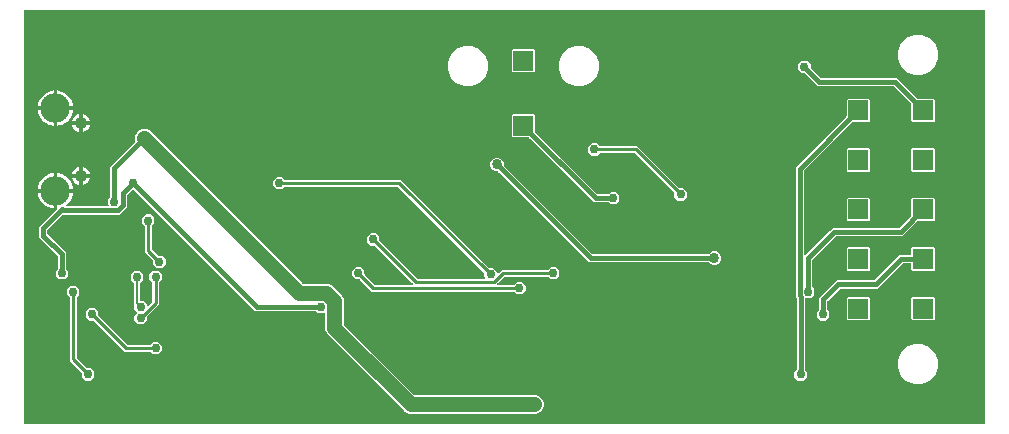
<source format=gbr>
G04 EAGLE Gerber RS-274X export*
G75*
%MOMM*%
%FSLAX34Y34*%
%LPD*%
%INBottom Copper*%
%IPPOS*%
%AMOC8*
5,1,8,0,0,1.08239X$1,22.5*%
G01*
%ADD10R,1.680000X1.680000*%
%ADD11C,2.500000*%
%ADD12C,1.050000*%
%ADD13C,0.756400*%
%ADD14C,0.381000*%
%ADD15C,0.856400*%
%ADD16C,0.152400*%
%ADD17C,1.270000*%
%ADD18C,0.254000*%

G36*
X815614Y2798D02*
X815614Y2798D01*
X815633Y2796D01*
X815735Y2818D01*
X815837Y2834D01*
X815854Y2844D01*
X815874Y2848D01*
X815963Y2901D01*
X816054Y2950D01*
X816068Y2964D01*
X816085Y2974D01*
X816152Y3053D01*
X816224Y3128D01*
X816232Y3146D01*
X816245Y3161D01*
X816284Y3257D01*
X816327Y3351D01*
X816329Y3371D01*
X816337Y3389D01*
X816355Y3556D01*
X816355Y352044D01*
X816352Y352064D01*
X816354Y352083D01*
X816332Y352185D01*
X816316Y352287D01*
X816306Y352304D01*
X816302Y352324D01*
X816249Y352413D01*
X816200Y352504D01*
X816186Y352518D01*
X816176Y352535D01*
X816097Y352602D01*
X816022Y352674D01*
X816004Y352682D01*
X815989Y352695D01*
X815893Y352734D01*
X815799Y352777D01*
X815779Y352779D01*
X815761Y352787D01*
X815594Y352805D01*
X3556Y352805D01*
X3536Y352802D01*
X3517Y352804D01*
X3415Y352782D01*
X3313Y352766D01*
X3296Y352756D01*
X3276Y352752D01*
X3187Y352699D01*
X3096Y352650D01*
X3082Y352636D01*
X3065Y352626D01*
X2998Y352547D01*
X2926Y352472D01*
X2918Y352454D01*
X2905Y352439D01*
X2866Y352343D01*
X2823Y352249D01*
X2821Y352229D01*
X2813Y352211D01*
X2795Y352044D01*
X2795Y3556D01*
X2798Y3536D01*
X2796Y3517D01*
X2818Y3415D01*
X2834Y3313D01*
X2844Y3296D01*
X2848Y3276D01*
X2901Y3187D01*
X2950Y3096D01*
X2964Y3082D01*
X2974Y3065D01*
X3053Y2998D01*
X3128Y2926D01*
X3146Y2918D01*
X3161Y2905D01*
X3257Y2866D01*
X3351Y2823D01*
X3371Y2821D01*
X3389Y2813D01*
X3556Y2795D01*
X815594Y2795D01*
X815614Y2798D01*
G37*
%LPC*%
G36*
X328634Y11175D02*
X328634Y11175D01*
X325739Y12374D01*
X258980Y79133D01*
X257781Y82028D01*
X257781Y96039D01*
X257770Y96109D01*
X257768Y96181D01*
X257750Y96230D01*
X257742Y96281D01*
X257708Y96345D01*
X257683Y96412D01*
X257651Y96453D01*
X257626Y96499D01*
X257574Y96548D01*
X257530Y96604D01*
X257486Y96632D01*
X257448Y96668D01*
X257383Y96698D01*
X257323Y96737D01*
X257272Y96750D01*
X257225Y96772D01*
X257154Y96780D01*
X257084Y96797D01*
X257032Y96793D01*
X256981Y96799D01*
X256910Y96784D01*
X256839Y96778D01*
X256791Y96758D01*
X256740Y96747D01*
X256679Y96710D01*
X256613Y96682D01*
X256557Y96637D01*
X256529Y96620D01*
X256514Y96603D01*
X256482Y96577D01*
X256198Y96293D01*
X251802Y96293D01*
X250148Y97947D01*
X250074Y98000D01*
X250004Y98060D01*
X249974Y98072D01*
X249948Y98091D01*
X249861Y98118D01*
X249776Y98152D01*
X249735Y98156D01*
X249713Y98163D01*
X249681Y98162D01*
X249610Y98170D01*
X198604Y98170D01*
X95929Y200845D01*
X95855Y200898D01*
X95786Y200958D01*
X95756Y200970D01*
X95730Y200989D01*
X95643Y201016D01*
X95558Y201050D01*
X95517Y201054D01*
X95494Y201061D01*
X95462Y201060D01*
X95391Y201068D01*
X95109Y201068D01*
X95019Y201054D01*
X94928Y201046D01*
X94898Y201034D01*
X94866Y201029D01*
X94786Y200986D01*
X94702Y200950D01*
X94670Y200924D01*
X94649Y200913D01*
X94627Y200890D01*
X94571Y200845D01*
X90239Y196513D01*
X90186Y196439D01*
X90126Y196370D01*
X90114Y196340D01*
X90095Y196314D01*
X90068Y196227D01*
X90034Y196142D01*
X90030Y196101D01*
X90023Y196078D01*
X90024Y196046D01*
X90016Y195975D01*
X90016Y186092D01*
X87784Y183860D01*
X86015Y182091D01*
X83783Y179859D01*
X35800Y179859D01*
X35710Y179845D01*
X35619Y179837D01*
X35589Y179825D01*
X35557Y179820D01*
X35477Y179777D01*
X35393Y179741D01*
X35361Y179715D01*
X35340Y179704D01*
X35318Y179681D01*
X35262Y179636D01*
X22703Y167077D01*
X22650Y167003D01*
X22590Y166934D01*
X22578Y166904D01*
X22559Y166878D01*
X22532Y166791D01*
X22498Y166706D01*
X22494Y166665D01*
X22487Y166642D01*
X22488Y166610D01*
X22480Y166539D01*
X22480Y163661D01*
X22494Y163571D01*
X22502Y163480D01*
X22514Y163450D01*
X22519Y163418D01*
X22562Y163338D01*
X22598Y163254D01*
X22624Y163222D01*
X22635Y163201D01*
X22658Y163179D01*
X22703Y163123D01*
X38355Y147471D01*
X38355Y134565D01*
X38369Y134475D01*
X38377Y134384D01*
X38389Y134355D01*
X38394Y134323D01*
X38437Y134242D01*
X38473Y134158D01*
X38499Y134126D01*
X38510Y134105D01*
X38533Y134083D01*
X38578Y134027D01*
X40232Y132373D01*
X40232Y127977D01*
X37123Y124868D01*
X32727Y124868D01*
X29618Y127977D01*
X29618Y132373D01*
X31272Y134027D01*
X31325Y134101D01*
X31385Y134171D01*
X31397Y134201D01*
X31416Y134227D01*
X31443Y134314D01*
X31477Y134399D01*
X31481Y134440D01*
X31488Y134462D01*
X31487Y134494D01*
X31495Y134565D01*
X31495Y144314D01*
X31481Y144404D01*
X31473Y144495D01*
X31461Y144525D01*
X31456Y144557D01*
X31413Y144637D01*
X31377Y144721D01*
X31351Y144753D01*
X31340Y144774D01*
X31317Y144796D01*
X31272Y144852D01*
X15620Y160504D01*
X15620Y169696D01*
X30600Y184676D01*
X30653Y184750D01*
X30713Y184819D01*
X30725Y184849D01*
X30744Y184875D01*
X30771Y184962D01*
X30805Y185047D01*
X30809Y185088D01*
X30816Y185110D01*
X30815Y185143D01*
X30823Y185214D01*
X30823Y198427D01*
X44287Y198427D01*
X43970Y196428D01*
X43239Y194176D01*
X42164Y192067D01*
X40772Y190152D01*
X39098Y188478D01*
X38573Y188096D01*
X38567Y188090D01*
X38560Y188086D01*
X38481Y188003D01*
X38400Y187921D01*
X38396Y187914D01*
X38391Y187908D01*
X38343Y187804D01*
X38292Y187700D01*
X38291Y187692D01*
X38287Y187685D01*
X38275Y187571D01*
X38260Y187456D01*
X38261Y187448D01*
X38260Y187441D01*
X38285Y187327D01*
X38307Y187215D01*
X38311Y187208D01*
X38312Y187200D01*
X38372Y187101D01*
X38429Y187001D01*
X38434Y186996D01*
X38439Y186989D01*
X38526Y186914D01*
X38612Y186837D01*
X38619Y186834D01*
X38626Y186829D01*
X38732Y186786D01*
X38838Y186741D01*
X38846Y186740D01*
X38854Y186737D01*
X39020Y186719D01*
X73814Y186719D01*
X73884Y186730D01*
X73956Y186732D01*
X74005Y186750D01*
X74056Y186758D01*
X74120Y186792D01*
X74187Y186817D01*
X74228Y186849D01*
X74274Y186874D01*
X74323Y186926D01*
X74379Y186970D01*
X74407Y187014D01*
X74443Y187052D01*
X74473Y187117D01*
X74512Y187177D01*
X74525Y187228D01*
X74547Y187275D01*
X74555Y187346D01*
X74572Y187416D01*
X74568Y187468D01*
X74574Y187519D01*
X74559Y187590D01*
X74553Y187661D01*
X74533Y187709D01*
X74522Y187760D01*
X74485Y187821D01*
X74457Y187887D01*
X74412Y187943D01*
X74395Y187971D01*
X74378Y187986D01*
X74352Y188018D01*
X74068Y188302D01*
X74068Y192698D01*
X75722Y194352D01*
X75775Y194426D01*
X75835Y194496D01*
X75847Y194526D01*
X75866Y194552D01*
X75893Y194639D01*
X75927Y194724D01*
X75931Y194765D01*
X75938Y194787D01*
X75937Y194819D01*
X75945Y194890D01*
X75945Y220496D01*
X96968Y241518D01*
X97035Y241612D01*
X97106Y241707D01*
X97108Y241713D01*
X97111Y241718D01*
X97145Y241829D01*
X97182Y241941D01*
X97182Y241947D01*
X97184Y241953D01*
X97180Y242070D01*
X97179Y242187D01*
X97177Y242194D01*
X97177Y242199D01*
X97171Y242216D01*
X97133Y242348D01*
X96900Y242909D01*
X96900Y246041D01*
X98099Y248936D01*
X100314Y251151D01*
X103209Y252350D01*
X106341Y252350D01*
X109236Y251151D01*
X239033Y121354D01*
X239107Y121301D01*
X239176Y121241D01*
X239206Y121229D01*
X239233Y121210D01*
X239320Y121183D01*
X239404Y121149D01*
X239445Y121145D01*
X239468Y121138D01*
X239500Y121139D01*
X239571Y121131D01*
X260395Y121131D01*
X263289Y119932D01*
X272332Y110889D01*
X273531Y107995D01*
X273531Y87171D01*
X273545Y87081D01*
X273553Y86990D01*
X273565Y86960D01*
X273570Y86928D01*
X273613Y86848D01*
X273649Y86764D01*
X273675Y86732D01*
X273686Y86711D01*
X273709Y86689D01*
X273754Y86633D01*
X333239Y27148D01*
X333313Y27095D01*
X333382Y27035D01*
X333412Y27023D01*
X333439Y27004D01*
X333526Y26977D01*
X333610Y26943D01*
X333651Y26939D01*
X333674Y26932D01*
X333706Y26933D01*
X333777Y26925D01*
X436541Y26925D01*
X439436Y25726D01*
X441651Y23511D01*
X442850Y20616D01*
X442850Y17484D01*
X441651Y14589D01*
X439436Y12374D01*
X436541Y11175D01*
X328634Y11175D01*
G37*
%LPD*%
%LPC*%
G36*
X658202Y39143D02*
X658202Y39143D01*
X655093Y42252D01*
X655093Y46648D01*
X656747Y48302D01*
X656800Y48376D01*
X656860Y48446D01*
X656872Y48476D01*
X656891Y48502D01*
X656918Y48589D01*
X656952Y48674D01*
X656956Y48715D01*
X656963Y48737D01*
X656962Y48769D01*
X656970Y48840D01*
X656970Y108716D01*
X656956Y108806D01*
X656948Y108897D01*
X656936Y108927D01*
X656931Y108959D01*
X656888Y109040D01*
X656852Y109123D01*
X656826Y109156D01*
X656815Y109176D01*
X656792Y109198D01*
X656747Y109254D01*
X656109Y109892D01*
X656109Y220010D01*
X698952Y262853D01*
X699005Y262927D01*
X699065Y262996D01*
X699077Y263026D01*
X699096Y263052D01*
X699123Y263139D01*
X699157Y263224D01*
X699161Y263265D01*
X699168Y263288D01*
X699167Y263320D01*
X699175Y263391D01*
X699175Y277182D01*
X700068Y278075D01*
X718132Y278075D01*
X719025Y277182D01*
X719025Y259118D01*
X718132Y258225D01*
X704341Y258225D01*
X704251Y258211D01*
X704160Y258203D01*
X704130Y258191D01*
X704098Y258186D01*
X704018Y258143D01*
X703934Y258107D01*
X703902Y258081D01*
X703881Y258070D01*
X703859Y258047D01*
X703803Y258002D01*
X663192Y217391D01*
X663139Y217317D01*
X663079Y217248D01*
X663067Y217218D01*
X663048Y217192D01*
X663021Y217105D01*
X662987Y217020D01*
X662983Y216979D01*
X662976Y216956D01*
X662977Y216924D01*
X662969Y216853D01*
X662969Y145782D01*
X662980Y145711D01*
X662982Y145639D01*
X663000Y145591D01*
X663008Y145539D01*
X663042Y145476D01*
X663067Y145408D01*
X663099Y145368D01*
X663124Y145322D01*
X663176Y145272D01*
X663220Y145216D01*
X663264Y145188D01*
X663302Y145152D01*
X663367Y145122D01*
X663427Y145083D01*
X663478Y145071D01*
X663525Y145049D01*
X663596Y145041D01*
X663666Y145023D01*
X663718Y145027D01*
X663769Y145022D01*
X663840Y145037D01*
X663911Y145043D01*
X663959Y145063D01*
X664010Y145074D01*
X664071Y145111D01*
X664137Y145139D01*
X664193Y145184D01*
X664221Y145200D01*
X664236Y145218D01*
X664268Y145244D01*
X685322Y166298D01*
X687554Y168530D01*
X743314Y168530D01*
X743404Y168544D01*
X743495Y168552D01*
X743525Y168564D01*
X743557Y168569D01*
X743637Y168612D01*
X743721Y168648D01*
X743753Y168674D01*
X743774Y168685D01*
X743796Y168708D01*
X743852Y168753D01*
X753952Y178853D01*
X754005Y178927D01*
X754065Y178996D01*
X754077Y179026D01*
X754096Y179052D01*
X754123Y179139D01*
X754145Y179196D01*
X754147Y179200D01*
X754157Y179224D01*
X754161Y179265D01*
X754168Y179287D01*
X754167Y179320D01*
X754175Y179391D01*
X754175Y193182D01*
X755068Y194075D01*
X773132Y194075D01*
X774025Y193182D01*
X774025Y175118D01*
X773132Y174225D01*
X759341Y174225D01*
X759251Y174211D01*
X759160Y174203D01*
X759130Y174191D01*
X759098Y174186D01*
X759018Y174143D01*
X758934Y174107D01*
X758902Y174081D01*
X758881Y174070D01*
X758859Y174047D01*
X758803Y174002D01*
X748703Y163902D01*
X746471Y161670D01*
X690711Y161670D01*
X690621Y161656D01*
X690530Y161648D01*
X690500Y161636D01*
X690468Y161631D01*
X690388Y161588D01*
X690304Y161552D01*
X690272Y161526D01*
X690251Y161515D01*
X690229Y161492D01*
X690173Y161447D01*
X670403Y141677D01*
X670350Y141603D01*
X670290Y141534D01*
X670278Y141504D01*
X670259Y141478D01*
X670232Y141391D01*
X670198Y141306D01*
X670194Y141265D01*
X670187Y141242D01*
X670188Y141210D01*
X670180Y141139D01*
X670180Y118690D01*
X670194Y118600D01*
X670202Y118509D01*
X670214Y118480D01*
X670219Y118448D01*
X670262Y118367D01*
X670298Y118283D01*
X670324Y118251D01*
X670335Y118230D01*
X670358Y118208D01*
X670403Y118152D01*
X672057Y116498D01*
X672057Y112102D01*
X668948Y108993D01*
X664591Y108993D01*
X664571Y108990D01*
X664552Y108992D01*
X664450Y108970D01*
X664348Y108954D01*
X664331Y108944D01*
X664311Y108940D01*
X664222Y108887D01*
X664131Y108838D01*
X664117Y108824D01*
X664100Y108814D01*
X664033Y108735D01*
X663961Y108660D01*
X663953Y108642D01*
X663940Y108627D01*
X663901Y108531D01*
X663858Y108437D01*
X663856Y108417D01*
X663848Y108399D01*
X663830Y108232D01*
X663830Y48840D01*
X663844Y48750D01*
X663852Y48659D01*
X663864Y48630D01*
X663869Y48598D01*
X663912Y48517D01*
X663948Y48433D01*
X663974Y48401D01*
X663985Y48380D01*
X664008Y48358D01*
X664053Y48302D01*
X665707Y46648D01*
X665707Y42252D01*
X662598Y39143D01*
X658202Y39143D01*
G37*
%LPD*%
%LPC*%
G36*
X420077Y112168D02*
X420077Y112168D01*
X417788Y114457D01*
X417714Y114510D01*
X417644Y114570D01*
X417614Y114582D01*
X417588Y114601D01*
X417501Y114628D01*
X417416Y114662D01*
X417375Y114666D01*
X417353Y114673D01*
X417321Y114672D01*
X417250Y114680D01*
X297292Y114680D01*
X287327Y124645D01*
X287253Y124698D01*
X287184Y124758D01*
X287154Y124770D01*
X287128Y124789D01*
X287041Y124816D01*
X286956Y124850D01*
X286915Y124854D01*
X286893Y124861D01*
X286860Y124860D01*
X286789Y124868D01*
X283552Y124868D01*
X280443Y127977D01*
X280443Y132373D01*
X283552Y135482D01*
X287948Y135482D01*
X291057Y132373D01*
X291057Y129136D01*
X291058Y129127D01*
X291058Y129123D01*
X291062Y129102D01*
X291071Y129046D01*
X291079Y128955D01*
X291091Y128925D01*
X291096Y128893D01*
X291139Y128813D01*
X291175Y128729D01*
X291201Y128697D01*
X291212Y128676D01*
X291235Y128654D01*
X291280Y128598D01*
X299385Y120493D01*
X299459Y120440D01*
X299528Y120380D01*
X299558Y120368D01*
X299584Y120349D01*
X299671Y120322D01*
X299756Y120288D01*
X299797Y120284D01*
X299819Y120277D01*
X299852Y120278D01*
X299923Y120270D01*
X331140Y120270D01*
X331211Y120281D01*
X331283Y120283D01*
X331332Y120301D01*
X331383Y120309D01*
X331446Y120343D01*
X331514Y120368D01*
X331554Y120400D01*
X331600Y120425D01*
X331650Y120477D01*
X331706Y120521D01*
X331734Y120565D01*
X331770Y120603D01*
X331800Y120668D01*
X331839Y120728D01*
X331851Y120779D01*
X331873Y120826D01*
X331881Y120897D01*
X331899Y120967D01*
X331895Y121019D01*
X331900Y121070D01*
X331885Y121141D01*
X331880Y121212D01*
X331859Y121260D01*
X331848Y121311D01*
X331811Y121372D01*
X331783Y121438D01*
X331738Y121494D01*
X331722Y121522D01*
X331704Y121537D01*
X331678Y121569D01*
X300027Y153220D01*
X299953Y153273D01*
X299884Y153333D01*
X299854Y153345D01*
X299828Y153364D01*
X299741Y153391D01*
X299656Y153425D01*
X299615Y153429D01*
X299593Y153436D01*
X299560Y153435D01*
X299489Y153443D01*
X296252Y153443D01*
X293143Y156552D01*
X293143Y160948D01*
X296252Y164057D01*
X300648Y164057D01*
X303757Y160948D01*
X303757Y157711D01*
X303771Y157621D01*
X303779Y157530D01*
X303791Y157500D01*
X303796Y157468D01*
X303839Y157388D01*
X303875Y157304D01*
X303901Y157272D01*
X303912Y157251D01*
X303935Y157229D01*
X303980Y157173D01*
X335611Y125542D01*
X335685Y125489D01*
X335754Y125429D01*
X335784Y125417D01*
X335810Y125398D01*
X335897Y125371D01*
X335982Y125337D01*
X336023Y125333D01*
X336045Y125326D01*
X336078Y125327D01*
X336149Y125319D01*
X392389Y125319D01*
X392459Y125330D01*
X392531Y125332D01*
X392580Y125350D01*
X392631Y125358D01*
X392695Y125392D01*
X392762Y125417D01*
X392803Y125449D01*
X392849Y125474D01*
X392898Y125526D01*
X392954Y125570D01*
X392982Y125614D01*
X393018Y125652D01*
X393048Y125717D01*
X393087Y125777D01*
X393100Y125828D01*
X393122Y125875D01*
X393130Y125946D01*
X393147Y126016D01*
X393143Y126068D01*
X393149Y126119D01*
X393134Y126190D01*
X393128Y126261D01*
X393108Y126309D01*
X393097Y126360D01*
X393060Y126421D01*
X393032Y126487D01*
X392987Y126543D01*
X392970Y126571D01*
X392953Y126586D01*
X392927Y126618D01*
X392643Y126902D01*
X392643Y130139D01*
X392629Y130229D01*
X392621Y130320D01*
X392609Y130350D01*
X392604Y130382D01*
X392561Y130462D01*
X392525Y130546D01*
X392499Y130578D01*
X392488Y130599D01*
X392465Y130621D01*
X392420Y130677D01*
X319740Y203357D01*
X319666Y203410D01*
X319597Y203470D01*
X319567Y203482D01*
X319541Y203501D01*
X319454Y203528D01*
X319369Y203562D01*
X319328Y203566D01*
X319306Y203573D01*
X319273Y203572D01*
X319202Y203580D01*
X224100Y203580D01*
X224010Y203566D01*
X223919Y203558D01*
X223890Y203546D01*
X223858Y203541D01*
X223777Y203498D01*
X223693Y203462D01*
X223661Y203436D01*
X223640Y203425D01*
X223618Y203402D01*
X223562Y203357D01*
X221273Y201068D01*
X216877Y201068D01*
X213768Y204177D01*
X213768Y208573D01*
X216877Y211682D01*
X221273Y211682D01*
X223562Y209393D01*
X223636Y209340D01*
X223706Y209280D01*
X223736Y209268D01*
X223762Y209249D01*
X223849Y209222D01*
X223934Y209188D01*
X223975Y209184D01*
X223997Y209177D01*
X224029Y209178D01*
X224100Y209170D01*
X321833Y209170D01*
X396373Y134630D01*
X396447Y134577D01*
X396516Y134517D01*
X396546Y134505D01*
X396572Y134486D01*
X396659Y134459D01*
X396744Y134425D01*
X396785Y134421D01*
X396807Y134414D01*
X396840Y134415D01*
X396911Y134407D01*
X400148Y134407D01*
X403257Y131298D01*
X403257Y130897D01*
X403268Y130826D01*
X403270Y130755D01*
X403288Y130705D01*
X403296Y130654D01*
X403330Y130591D01*
X403355Y130524D01*
X403387Y130483D01*
X403412Y130437D01*
X403464Y130388D01*
X403508Y130332D01*
X403552Y130303D01*
X403590Y130268D01*
X403655Y130237D01*
X403715Y130199D01*
X403766Y130186D01*
X403813Y130164D01*
X403884Y130156D01*
X403954Y130138D01*
X404006Y130143D01*
X404057Y130137D01*
X404128Y130152D01*
X404199Y130158D01*
X404247Y130178D01*
X404298Y130189D01*
X404359Y130226D01*
X404425Y130254D01*
X404481Y130299D01*
X404509Y130315D01*
X404524Y130333D01*
X404556Y130359D01*
X407167Y132970D01*
X445825Y132970D01*
X445915Y132984D01*
X446006Y132992D01*
X446035Y133004D01*
X446067Y133009D01*
X446148Y133052D01*
X446232Y133088D01*
X446264Y133114D01*
X446285Y133125D01*
X446307Y133148D01*
X446363Y133193D01*
X448652Y135482D01*
X453048Y135482D01*
X456157Y132373D01*
X456157Y127977D01*
X453048Y124868D01*
X448652Y124868D01*
X446363Y127157D01*
X446289Y127210D01*
X446219Y127270D01*
X446189Y127282D01*
X446163Y127301D01*
X446076Y127328D01*
X445991Y127362D01*
X445950Y127366D01*
X445928Y127373D01*
X445896Y127372D01*
X445825Y127380D01*
X409798Y127380D01*
X409708Y127366D01*
X409617Y127358D01*
X409587Y127346D01*
X409555Y127341D01*
X409474Y127298D01*
X409391Y127262D01*
X409358Y127236D01*
X409338Y127225D01*
X409316Y127202D01*
X409260Y127157D01*
X403692Y121590D01*
X403672Y121570D01*
X403630Y121511D01*
X403580Y121459D01*
X403558Y121412D01*
X403528Y121370D01*
X403507Y121301D01*
X403477Y121236D01*
X403471Y121184D01*
X403456Y121135D01*
X403457Y121063D01*
X403450Y120992D01*
X403461Y120941D01*
X403462Y120889D01*
X403486Y120822D01*
X403502Y120751D01*
X403528Y120707D01*
X403546Y120658D01*
X403591Y120602D01*
X403628Y120540D01*
X403667Y120506D01*
X403700Y120466D01*
X403760Y120427D01*
X403815Y120380D01*
X403863Y120361D01*
X403906Y120333D01*
X403976Y120315D01*
X404043Y120288D01*
X404114Y120280D01*
X404145Y120272D01*
X404169Y120274D01*
X404210Y120270D01*
X417250Y120270D01*
X417340Y120284D01*
X417431Y120292D01*
X417460Y120304D01*
X417492Y120309D01*
X417573Y120352D01*
X417657Y120388D01*
X417689Y120414D01*
X417710Y120425D01*
X417732Y120448D01*
X417788Y120493D01*
X420077Y122782D01*
X424473Y122782D01*
X427582Y119673D01*
X427582Y115277D01*
X424473Y112168D01*
X420077Y112168D01*
G37*
%LPD*%
%LPC*%
G36*
X586220Y137068D02*
X586220Y137068D01*
X584086Y137952D01*
X582816Y139222D01*
X582742Y139275D01*
X582672Y139335D01*
X582642Y139347D01*
X582616Y139366D01*
X582529Y139393D01*
X582444Y139427D01*
X582403Y139431D01*
X582381Y139438D01*
X582349Y139437D01*
X582277Y139445D01*
X481179Y139445D01*
X404404Y216220D01*
X404330Y216273D01*
X404261Y216333D01*
X404231Y216345D01*
X404205Y216364D01*
X404118Y216391D01*
X404033Y216425D01*
X403992Y216429D01*
X403969Y216436D01*
X403937Y216435D01*
X403866Y216443D01*
X402070Y216443D01*
X399936Y217327D01*
X398302Y218961D01*
X397418Y221095D01*
X397418Y223405D01*
X398302Y225539D01*
X399936Y227173D01*
X402070Y228057D01*
X404380Y228057D01*
X406514Y227173D01*
X408148Y225539D01*
X409032Y223405D01*
X409032Y221609D01*
X409046Y221519D01*
X409054Y221428D01*
X409066Y221398D01*
X409071Y221366D01*
X409114Y221286D01*
X409150Y221202D01*
X409176Y221170D01*
X409187Y221149D01*
X409210Y221127D01*
X409255Y221071D01*
X483798Y146528D01*
X483872Y146475D01*
X483941Y146415D01*
X483971Y146403D01*
X483997Y146384D01*
X484084Y146357D01*
X484169Y146323D01*
X484210Y146319D01*
X484233Y146312D01*
X484265Y146313D01*
X484336Y146305D01*
X582277Y146305D01*
X582368Y146319D01*
X582458Y146327D01*
X582488Y146339D01*
X582520Y146344D01*
X582601Y146387D01*
X582685Y146423D01*
X582717Y146449D01*
X582738Y146460D01*
X582760Y146483D01*
X582816Y146528D01*
X584086Y147798D01*
X586220Y148682D01*
X588530Y148682D01*
X590664Y147798D01*
X592298Y146164D01*
X593182Y144030D01*
X593182Y141720D01*
X592298Y139586D01*
X590664Y137952D01*
X588530Y137068D01*
X586220Y137068D01*
G37*
%LPD*%
%LPC*%
G36*
X755068Y258225D02*
X755068Y258225D01*
X754175Y259118D01*
X754175Y272909D01*
X754161Y272999D01*
X754153Y273090D01*
X754141Y273120D01*
X754136Y273152D01*
X754093Y273232D01*
X754057Y273316D01*
X754031Y273348D01*
X754020Y273369D01*
X753997Y273391D01*
X753952Y273447D01*
X738952Y288447D01*
X738878Y288500D01*
X738809Y288560D01*
X738779Y288572D01*
X738753Y288591D01*
X738666Y288618D01*
X738581Y288652D01*
X738540Y288656D01*
X738517Y288663D01*
X738485Y288662D01*
X738414Y288670D01*
X674854Y288670D01*
X664254Y299270D01*
X664180Y299323D01*
X664111Y299383D01*
X664081Y299395D01*
X664055Y299414D01*
X663968Y299441D01*
X663883Y299475D01*
X663842Y299479D01*
X663819Y299486D01*
X663787Y299485D01*
X663716Y299493D01*
X661377Y299493D01*
X658268Y302602D01*
X658268Y306998D01*
X661377Y310107D01*
X665773Y310107D01*
X668882Y306998D01*
X668882Y304659D01*
X668896Y304569D01*
X668904Y304478D01*
X668916Y304448D01*
X668921Y304416D01*
X668964Y304336D01*
X669000Y304252D01*
X669026Y304220D01*
X669037Y304199D01*
X669060Y304177D01*
X669105Y304121D01*
X677473Y295753D01*
X677547Y295700D01*
X677616Y295640D01*
X677646Y295628D01*
X677672Y295609D01*
X677759Y295582D01*
X677844Y295548D01*
X677885Y295544D01*
X677908Y295537D01*
X677940Y295538D01*
X678011Y295530D01*
X741571Y295530D01*
X758803Y278298D01*
X758877Y278245D01*
X758946Y278185D01*
X758976Y278173D01*
X759002Y278154D01*
X759089Y278127D01*
X759174Y278093D01*
X759215Y278089D01*
X759238Y278082D01*
X759270Y278083D01*
X759341Y278075D01*
X773132Y278075D01*
X774025Y277182D01*
X774025Y259118D01*
X773132Y258225D01*
X755068Y258225D01*
G37*
%LPD*%
%LPC*%
G36*
X677252Y89943D02*
X677252Y89943D01*
X674143Y93052D01*
X674143Y97448D01*
X675797Y99102D01*
X675850Y99176D01*
X675910Y99246D01*
X675922Y99276D01*
X675941Y99302D01*
X675968Y99389D01*
X676002Y99474D01*
X676006Y99515D01*
X676013Y99537D01*
X676012Y99569D01*
X676020Y99640D01*
X676020Y109371D01*
X690729Y124080D01*
X722164Y124080D01*
X722254Y124094D01*
X722345Y124102D01*
X722375Y124114D01*
X722407Y124119D01*
X722487Y124162D01*
X722571Y124198D01*
X722603Y124224D01*
X722624Y124235D01*
X722646Y124258D01*
X722702Y124303D01*
X743979Y145580D01*
X753414Y145580D01*
X753434Y145583D01*
X753453Y145581D01*
X753555Y145603D01*
X753657Y145619D01*
X753674Y145629D01*
X753694Y145633D01*
X753783Y145686D01*
X753874Y145735D01*
X753888Y145749D01*
X753905Y145759D01*
X753972Y145838D01*
X754044Y145913D01*
X754052Y145931D01*
X754065Y145946D01*
X754104Y146042D01*
X754147Y146136D01*
X754149Y146156D01*
X754157Y146174D01*
X754175Y146341D01*
X754175Y151182D01*
X755068Y152075D01*
X773132Y152075D01*
X774025Y151182D01*
X774025Y133118D01*
X773132Y132225D01*
X755068Y132225D01*
X754175Y133118D01*
X754175Y137959D01*
X754172Y137979D01*
X754174Y137998D01*
X754152Y138100D01*
X754136Y138202D01*
X754126Y138219D01*
X754122Y138239D01*
X754069Y138328D01*
X754020Y138419D01*
X754006Y138433D01*
X753996Y138450D01*
X753917Y138517D01*
X753842Y138589D01*
X753824Y138597D01*
X753809Y138610D01*
X753713Y138649D01*
X753619Y138692D01*
X753599Y138694D01*
X753581Y138702D01*
X753414Y138720D01*
X747136Y138720D01*
X747046Y138706D01*
X746955Y138698D01*
X746925Y138686D01*
X746893Y138681D01*
X746813Y138638D01*
X746729Y138602D01*
X746697Y138576D01*
X746676Y138565D01*
X746654Y138542D01*
X746598Y138497D01*
X725321Y117220D01*
X693886Y117220D01*
X693796Y117206D01*
X693705Y117198D01*
X693675Y117186D01*
X693643Y117181D01*
X693563Y117138D01*
X693479Y117102D01*
X693447Y117076D01*
X693426Y117065D01*
X693404Y117042D01*
X693348Y116997D01*
X683103Y106752D01*
X683050Y106678D01*
X682990Y106609D01*
X682978Y106579D01*
X682959Y106553D01*
X682932Y106466D01*
X682898Y106381D01*
X682894Y106340D01*
X682887Y106317D01*
X682888Y106285D01*
X682880Y106214D01*
X682880Y99640D01*
X682894Y99550D01*
X682902Y99459D01*
X682914Y99430D01*
X682919Y99398D01*
X682962Y99317D01*
X682998Y99233D01*
X683024Y99201D01*
X683035Y99180D01*
X683058Y99158D01*
X683103Y99102D01*
X684757Y97448D01*
X684757Y93052D01*
X681648Y89943D01*
X677252Y89943D01*
G37*
%LPD*%
%LPC*%
G36*
X499452Y188368D02*
X499452Y188368D01*
X497798Y190022D01*
X497724Y190075D01*
X497654Y190135D01*
X497624Y190147D01*
X497598Y190166D01*
X497511Y190193D01*
X497426Y190227D01*
X497385Y190231D01*
X497363Y190238D01*
X497331Y190237D01*
X497260Y190245D01*
X485429Y190245D01*
X430747Y244927D01*
X430673Y244980D01*
X430604Y245040D01*
X430574Y245052D01*
X430548Y245071D01*
X430461Y245098D01*
X430376Y245132D01*
X430335Y245136D01*
X430312Y245143D01*
X430280Y245142D01*
X430209Y245150D01*
X416418Y245150D01*
X415525Y246043D01*
X415525Y264107D01*
X416418Y265000D01*
X434482Y265000D01*
X435375Y264107D01*
X435375Y250316D01*
X435389Y250226D01*
X435397Y250135D01*
X435409Y250105D01*
X435414Y250073D01*
X435457Y249993D01*
X435493Y249909D01*
X435519Y249877D01*
X435530Y249856D01*
X435553Y249834D01*
X435598Y249778D01*
X488048Y197328D01*
X488122Y197275D01*
X488191Y197215D01*
X488221Y197203D01*
X488247Y197184D01*
X488334Y197157D01*
X488419Y197123D01*
X488460Y197119D01*
X488483Y197112D01*
X488515Y197113D01*
X488586Y197105D01*
X497260Y197105D01*
X497350Y197119D01*
X497441Y197127D01*
X497470Y197139D01*
X497502Y197144D01*
X497583Y197187D01*
X497667Y197223D01*
X497699Y197249D01*
X497720Y197260D01*
X497742Y197283D01*
X497798Y197328D01*
X499452Y198982D01*
X503848Y198982D01*
X506957Y195873D01*
X506957Y191477D01*
X503848Y188368D01*
X499452Y188368D01*
G37*
%LPD*%
%LPC*%
G36*
X756112Y36117D02*
X756112Y36117D01*
X749852Y38710D01*
X745060Y43502D01*
X742467Y49762D01*
X742467Y56538D01*
X745060Y62798D01*
X749852Y67590D01*
X756112Y70183D01*
X762888Y70183D01*
X769148Y67590D01*
X773940Y62798D01*
X776533Y56538D01*
X776533Y49762D01*
X773940Y43502D01*
X769148Y38710D01*
X762888Y36117D01*
X756112Y36117D01*
G37*
%LPD*%
%LPC*%
G36*
X469062Y288442D02*
X469062Y288442D01*
X462802Y291035D01*
X458010Y295827D01*
X455417Y302087D01*
X455417Y308863D01*
X458010Y315123D01*
X462802Y319915D01*
X469062Y322508D01*
X475838Y322508D01*
X482098Y319915D01*
X486890Y315123D01*
X489483Y308863D01*
X489483Y302087D01*
X486890Y295827D01*
X482098Y291035D01*
X475838Y288442D01*
X469062Y288442D01*
G37*
%LPD*%
%LPC*%
G36*
X756112Y298117D02*
X756112Y298117D01*
X749852Y300710D01*
X745060Y305502D01*
X742467Y311762D01*
X742467Y318538D01*
X745060Y324798D01*
X749852Y329590D01*
X756112Y332183D01*
X762888Y332183D01*
X769148Y329590D01*
X773940Y324798D01*
X776533Y318538D01*
X776533Y311762D01*
X773940Y305502D01*
X769148Y300710D01*
X762888Y298117D01*
X756112Y298117D01*
G37*
%LPD*%
%LPC*%
G36*
X375062Y288442D02*
X375062Y288442D01*
X368802Y291035D01*
X364010Y295827D01*
X361417Y302087D01*
X361417Y308863D01*
X364010Y315123D01*
X368802Y319915D01*
X375062Y322508D01*
X381838Y322508D01*
X388098Y319915D01*
X392890Y315123D01*
X395483Y308863D01*
X395483Y302087D01*
X392890Y295827D01*
X388098Y291035D01*
X381838Y288442D01*
X375062Y288442D01*
G37*
%LPD*%
%LPC*%
G36*
X556602Y191543D02*
X556602Y191543D01*
X553493Y194652D01*
X553493Y197889D01*
X553479Y197979D01*
X553471Y198070D01*
X553459Y198100D01*
X553454Y198132D01*
X553411Y198212D01*
X553375Y198296D01*
X553349Y198328D01*
X553338Y198349D01*
X553315Y198371D01*
X553270Y198427D01*
X519765Y231932D01*
X519691Y231985D01*
X519622Y232045D01*
X519592Y232057D01*
X519566Y232076D01*
X519479Y232103D01*
X519394Y232137D01*
X519353Y232141D01*
X519331Y232148D01*
X519298Y232147D01*
X519227Y232155D01*
X490800Y232155D01*
X490710Y232141D01*
X490619Y232133D01*
X490590Y232121D01*
X490558Y232116D01*
X490477Y232073D01*
X490393Y232037D01*
X490361Y232011D01*
X490340Y232000D01*
X490318Y231977D01*
X490262Y231932D01*
X487973Y229643D01*
X483577Y229643D01*
X480468Y232752D01*
X480468Y237148D01*
X483577Y240257D01*
X487973Y240257D01*
X490262Y237968D01*
X490336Y237915D01*
X490406Y237855D01*
X490436Y237843D01*
X490462Y237824D01*
X490549Y237797D01*
X490634Y237763D01*
X490675Y237759D01*
X490697Y237752D01*
X490729Y237753D01*
X490800Y237745D01*
X521858Y237745D01*
X557223Y202380D01*
X557297Y202327D01*
X557366Y202267D01*
X557396Y202255D01*
X557422Y202236D01*
X557509Y202209D01*
X557594Y202175D01*
X557635Y202171D01*
X557657Y202164D01*
X557690Y202165D01*
X557761Y202157D01*
X560998Y202157D01*
X564107Y199048D01*
X564107Y194652D01*
X560998Y191543D01*
X556602Y191543D01*
G37*
%LPD*%
%LPC*%
G36*
X99402Y86768D02*
X99402Y86768D01*
X96293Y89877D01*
X96293Y94273D01*
X98319Y96299D01*
X98331Y96315D01*
X98347Y96328D01*
X98403Y96415D01*
X98463Y96499D01*
X98469Y96518D01*
X98480Y96535D01*
X98505Y96635D01*
X98535Y96734D01*
X98535Y96754D01*
X98540Y96773D01*
X98532Y96876D01*
X98529Y96980D01*
X98522Y96999D01*
X98520Y97018D01*
X98480Y97113D01*
X98444Y97211D01*
X98432Y97227D01*
X98424Y97245D01*
X98319Y97376D01*
X96293Y99402D01*
X96293Y103357D01*
X96279Y103448D01*
X96271Y103538D01*
X96259Y103568D01*
X96254Y103600D01*
X96211Y103681D01*
X96175Y103765D01*
X96149Y103797D01*
X96138Y103818D01*
X96138Y121467D01*
X96124Y121557D01*
X96116Y121648D01*
X96104Y121677D01*
X96099Y121709D01*
X96056Y121790D01*
X96020Y121874D01*
X95994Y121906D01*
X95983Y121927D01*
X95960Y121949D01*
X95915Y122005D01*
X93118Y124802D01*
X93118Y129198D01*
X96227Y132307D01*
X100623Y132307D01*
X103732Y129198D01*
X103732Y124802D01*
X100935Y122005D01*
X100882Y121931D01*
X100822Y121861D01*
X100810Y121831D01*
X100791Y121805D01*
X100764Y121718D01*
X100730Y121633D01*
X100726Y121592D01*
X100719Y121570D01*
X100720Y121538D01*
X100712Y121467D01*
X100712Y107668D01*
X100715Y107648D01*
X100713Y107629D01*
X100735Y107527D01*
X100751Y107425D01*
X100761Y107408D01*
X100765Y107388D01*
X100818Y107299D01*
X100867Y107208D01*
X100881Y107194D01*
X100891Y107177D01*
X100970Y107110D01*
X101045Y107038D01*
X101063Y107030D01*
X101078Y107017D01*
X101174Y106978D01*
X101268Y106935D01*
X101288Y106933D01*
X101306Y106925D01*
X101473Y106907D01*
X103798Y106907D01*
X106907Y103798D01*
X106907Y103172D01*
X106918Y103101D01*
X106920Y103029D01*
X106938Y102980D01*
X106946Y102929D01*
X106980Y102866D01*
X107005Y102798D01*
X107037Y102758D01*
X107062Y102712D01*
X107114Y102662D01*
X107158Y102606D01*
X107202Y102578D01*
X107240Y102542D01*
X107305Y102512D01*
X107365Y102473D01*
X107416Y102461D01*
X107463Y102439D01*
X107534Y102431D01*
X107604Y102413D01*
X107656Y102417D01*
X107707Y102412D01*
X107778Y102427D01*
X107849Y102432D01*
X107897Y102453D01*
X107948Y102464D01*
X108009Y102501D01*
X108075Y102529D01*
X108131Y102574D01*
X108159Y102590D01*
X108174Y102608D01*
X108206Y102634D01*
X111282Y105710D01*
X111335Y105784D01*
X111395Y105853D01*
X111407Y105883D01*
X111426Y105909D01*
X111453Y105997D01*
X111487Y106081D01*
X111491Y106122D01*
X111498Y106144D01*
X111497Y106177D01*
X111505Y106248D01*
X111505Y121975D01*
X111491Y122065D01*
X111483Y122156D01*
X111471Y122185D01*
X111466Y122217D01*
X111423Y122298D01*
X111387Y122382D01*
X111361Y122414D01*
X111350Y122435D01*
X111327Y122457D01*
X111282Y122513D01*
X108993Y124802D01*
X108993Y129198D01*
X112102Y132307D01*
X116498Y132307D01*
X119607Y129198D01*
X119607Y124802D01*
X117318Y122513D01*
X117265Y122439D01*
X117205Y122369D01*
X117193Y122339D01*
X117174Y122313D01*
X117147Y122226D01*
X117113Y122141D01*
X117109Y122100D01*
X117102Y122078D01*
X117103Y122046D01*
X117095Y121975D01*
X117095Y103617D01*
X107130Y93652D01*
X107077Y93578D01*
X107017Y93509D01*
X107005Y93479D01*
X106986Y93453D01*
X106959Y93366D01*
X106925Y93281D01*
X106921Y93240D01*
X106914Y93218D01*
X106915Y93185D01*
X106907Y93114D01*
X106907Y89877D01*
X103798Y86768D01*
X99402Y86768D01*
G37*
%LPD*%
%LPC*%
G36*
X54952Y39143D02*
X54952Y39143D01*
X51843Y42252D01*
X51843Y45489D01*
X51829Y45579D01*
X51821Y45670D01*
X51809Y45700D01*
X51804Y45732D01*
X51761Y45812D01*
X51725Y45896D01*
X51699Y45928D01*
X51688Y45949D01*
X51665Y45971D01*
X51620Y46027D01*
X41655Y55992D01*
X41655Y109275D01*
X41641Y109365D01*
X41633Y109456D01*
X41621Y109485D01*
X41616Y109517D01*
X41573Y109598D01*
X41537Y109682D01*
X41511Y109714D01*
X41500Y109735D01*
X41477Y109757D01*
X41432Y109813D01*
X39143Y112102D01*
X39143Y116498D01*
X42252Y119607D01*
X46648Y119607D01*
X49757Y116498D01*
X49757Y112102D01*
X47468Y109813D01*
X47415Y109739D01*
X47355Y109669D01*
X47343Y109639D01*
X47324Y109613D01*
X47297Y109526D01*
X47263Y109441D01*
X47259Y109400D01*
X47252Y109378D01*
X47253Y109346D01*
X47245Y109275D01*
X47245Y58623D01*
X47259Y58533D01*
X47267Y58442D01*
X47279Y58412D01*
X47284Y58380D01*
X47327Y58300D01*
X47363Y58216D01*
X47389Y58184D01*
X47400Y58163D01*
X47423Y58141D01*
X47468Y58085D01*
X55573Y49980D01*
X55647Y49927D01*
X55716Y49867D01*
X55746Y49855D01*
X55772Y49836D01*
X55859Y49809D01*
X55944Y49775D01*
X55985Y49771D01*
X56007Y49764D01*
X56040Y49765D01*
X56111Y49757D01*
X59348Y49757D01*
X62457Y46648D01*
X62457Y42252D01*
X59348Y39143D01*
X54952Y39143D01*
G37*
%LPD*%
%LPC*%
G36*
X112102Y61368D02*
X112102Y61368D01*
X109813Y63657D01*
X109739Y63710D01*
X109669Y63770D01*
X109639Y63782D01*
X109613Y63801D01*
X109526Y63828D01*
X109441Y63862D01*
X109400Y63866D01*
X109378Y63873D01*
X109346Y63872D01*
X109275Y63880D01*
X87742Y63880D01*
X61902Y89720D01*
X61828Y89773D01*
X61759Y89833D01*
X61729Y89845D01*
X61703Y89864D01*
X61616Y89891D01*
X61531Y89925D01*
X61490Y89929D01*
X61468Y89936D01*
X61435Y89935D01*
X61364Y89943D01*
X58127Y89943D01*
X55018Y93052D01*
X55018Y97448D01*
X58127Y100557D01*
X62523Y100557D01*
X65632Y97448D01*
X65632Y94211D01*
X65646Y94121D01*
X65654Y94030D01*
X65666Y94000D01*
X65671Y93968D01*
X65714Y93888D01*
X65750Y93804D01*
X65776Y93772D01*
X65787Y93751D01*
X65810Y93729D01*
X65855Y93673D01*
X89835Y69693D01*
X89909Y69640D01*
X89978Y69580D01*
X90008Y69568D01*
X90034Y69549D01*
X90121Y69522D01*
X90206Y69488D01*
X90247Y69484D01*
X90269Y69477D01*
X90302Y69478D01*
X90373Y69470D01*
X109275Y69470D01*
X109365Y69484D01*
X109456Y69492D01*
X109485Y69504D01*
X109517Y69509D01*
X109598Y69552D01*
X109682Y69588D01*
X109714Y69614D01*
X109735Y69625D01*
X109757Y69648D01*
X109813Y69693D01*
X112102Y71982D01*
X116498Y71982D01*
X119607Y68873D01*
X119607Y64477D01*
X116498Y61368D01*
X112102Y61368D01*
G37*
%LPD*%
%LPC*%
G36*
X700068Y216225D02*
X700068Y216225D01*
X699175Y217118D01*
X699175Y235182D01*
X700068Y236075D01*
X718132Y236075D01*
X719025Y235182D01*
X719025Y217118D01*
X718132Y216225D01*
X700068Y216225D01*
G37*
%LPD*%
%LPC*%
G36*
X755068Y216225D02*
X755068Y216225D01*
X754175Y217118D01*
X754175Y235182D01*
X755068Y236075D01*
X773132Y236075D01*
X774025Y235182D01*
X774025Y217118D01*
X773132Y216225D01*
X755068Y216225D01*
G37*
%LPD*%
%LPC*%
G36*
X416418Y300150D02*
X416418Y300150D01*
X415525Y301043D01*
X415525Y319107D01*
X416418Y320000D01*
X434482Y320000D01*
X435375Y319107D01*
X435375Y301043D01*
X434482Y300150D01*
X416418Y300150D01*
G37*
%LPD*%
%LPC*%
G36*
X755068Y90225D02*
X755068Y90225D01*
X754175Y91118D01*
X754175Y109182D01*
X755068Y110075D01*
X773132Y110075D01*
X774025Y109182D01*
X774025Y91118D01*
X773132Y90225D01*
X755068Y90225D01*
G37*
%LPD*%
%LPC*%
G36*
X700068Y132225D02*
X700068Y132225D01*
X699175Y133118D01*
X699175Y151182D01*
X700068Y152075D01*
X718132Y152075D01*
X719025Y151182D01*
X719025Y133118D01*
X718132Y132225D01*
X700068Y132225D01*
G37*
%LPD*%
%LPC*%
G36*
X700068Y174225D02*
X700068Y174225D01*
X699175Y175118D01*
X699175Y193182D01*
X700068Y194075D01*
X718132Y194075D01*
X719025Y193182D01*
X719025Y175118D01*
X718132Y174225D01*
X700068Y174225D01*
G37*
%LPD*%
%LPC*%
G36*
X700068Y90225D02*
X700068Y90225D01*
X699175Y91118D01*
X699175Y109182D01*
X700068Y110075D01*
X718132Y110075D01*
X719025Y109182D01*
X719025Y91118D01*
X718132Y90225D01*
X700068Y90225D01*
G37*
%LPD*%
%LPC*%
G36*
X115277Y134393D02*
X115277Y134393D01*
X112168Y137502D01*
X112168Y140739D01*
X112154Y140829D01*
X112146Y140920D01*
X112134Y140950D01*
X112129Y140982D01*
X112086Y141062D01*
X112050Y141146D01*
X112024Y141178D01*
X112013Y141199D01*
X111990Y141221D01*
X111945Y141277D01*
X105155Y148067D01*
X105155Y169600D01*
X105141Y169690D01*
X105133Y169781D01*
X105121Y169810D01*
X105116Y169842D01*
X105073Y169923D01*
X105037Y170007D01*
X105011Y170039D01*
X105000Y170060D01*
X104977Y170082D01*
X104932Y170138D01*
X102643Y172427D01*
X102643Y176823D01*
X105752Y179932D01*
X110148Y179932D01*
X113257Y176823D01*
X113257Y172427D01*
X110968Y170138D01*
X110915Y170064D01*
X110855Y169994D01*
X110843Y169964D01*
X110824Y169938D01*
X110797Y169851D01*
X110763Y169766D01*
X110759Y169725D01*
X110752Y169703D01*
X110753Y169671D01*
X110745Y169600D01*
X110745Y150698D01*
X110759Y150608D01*
X110767Y150517D01*
X110779Y150487D01*
X110784Y150455D01*
X110827Y150375D01*
X110863Y150291D01*
X110889Y150259D01*
X110900Y150238D01*
X110923Y150216D01*
X110968Y150160D01*
X115898Y145230D01*
X115972Y145177D01*
X116041Y145117D01*
X116071Y145105D01*
X116097Y145086D01*
X116184Y145059D01*
X116269Y145025D01*
X116310Y145021D01*
X116332Y145014D01*
X116365Y145015D01*
X116436Y145007D01*
X119673Y145007D01*
X122782Y141898D01*
X122782Y137502D01*
X119673Y134393D01*
X115277Y134393D01*
G37*
%LPD*%
%LPC*%
G36*
X30823Y201473D02*
X30823Y201473D01*
X30823Y214937D01*
X32822Y214620D01*
X35074Y213889D01*
X37183Y212814D01*
X39098Y211422D01*
X40772Y209748D01*
X42164Y207833D01*
X43239Y205724D01*
X43970Y203472D01*
X44287Y201473D01*
X30823Y201473D01*
G37*
%LPD*%
%LPC*%
G36*
X30823Y271473D02*
X30823Y271473D01*
X30823Y284937D01*
X32822Y284620D01*
X35074Y283889D01*
X37183Y282814D01*
X39098Y281422D01*
X40772Y279748D01*
X42164Y277833D01*
X43239Y275724D01*
X43970Y273472D01*
X44287Y271473D01*
X30823Y271473D01*
G37*
%LPD*%
%LPC*%
G36*
X14313Y271473D02*
X14313Y271473D01*
X14630Y273472D01*
X15361Y275724D01*
X16436Y277833D01*
X17828Y279748D01*
X19502Y281422D01*
X21417Y282814D01*
X23526Y283889D01*
X25778Y284620D01*
X27777Y284937D01*
X27777Y271473D01*
X14313Y271473D01*
G37*
%LPD*%
%LPC*%
G36*
X30823Y268427D02*
X30823Y268427D01*
X44287Y268427D01*
X43970Y266428D01*
X43239Y264176D01*
X42164Y262067D01*
X40772Y260152D01*
X39098Y258478D01*
X37183Y257086D01*
X35074Y256011D01*
X32822Y255280D01*
X30823Y254963D01*
X30823Y268427D01*
G37*
%LPD*%
%LPC*%
G36*
X14313Y201473D02*
X14313Y201473D01*
X14630Y203472D01*
X15361Y205724D01*
X16436Y207833D01*
X17828Y209748D01*
X19502Y211422D01*
X21417Y212814D01*
X23526Y213889D01*
X25778Y214620D01*
X27777Y214937D01*
X27777Y201473D01*
X14313Y201473D01*
G37*
%LPD*%
%LPC*%
G36*
X25778Y185280D02*
X25778Y185280D01*
X23526Y186011D01*
X21417Y187086D01*
X19502Y188478D01*
X17828Y190152D01*
X16436Y192067D01*
X15361Y194176D01*
X14630Y196428D01*
X14313Y198427D01*
X27777Y198427D01*
X27777Y184963D01*
X25778Y185280D01*
G37*
%LPD*%
%LPC*%
G36*
X25778Y255280D02*
X25778Y255280D01*
X23526Y256011D01*
X21417Y257086D01*
X19502Y258478D01*
X17828Y260152D01*
X16436Y262067D01*
X15361Y264176D01*
X14630Y266428D01*
X14313Y268427D01*
X27777Y268427D01*
X27777Y254963D01*
X25778Y255280D01*
G37*
%LPD*%
%LPC*%
G36*
X52323Y214223D02*
X52323Y214223D01*
X52323Y220340D01*
X53072Y220191D01*
X54490Y219604D01*
X55766Y218751D01*
X56851Y217666D01*
X57704Y216390D01*
X58291Y214972D01*
X58440Y214223D01*
X52323Y214223D01*
G37*
%LPD*%
%LPC*%
G36*
X52323Y258723D02*
X52323Y258723D01*
X52323Y264840D01*
X53072Y264691D01*
X54490Y264104D01*
X55766Y263251D01*
X56851Y262166D01*
X57704Y260890D01*
X58291Y259472D01*
X58440Y258723D01*
X52323Y258723D01*
G37*
%LPD*%
%LPC*%
G36*
X52323Y211177D02*
X52323Y211177D01*
X58440Y211177D01*
X58291Y210428D01*
X57704Y209010D01*
X56851Y207734D01*
X55766Y206649D01*
X54490Y205796D01*
X53072Y205209D01*
X52323Y205060D01*
X52323Y211177D01*
G37*
%LPD*%
%LPC*%
G36*
X43160Y214223D02*
X43160Y214223D01*
X43309Y214972D01*
X43896Y216390D01*
X44749Y217666D01*
X45834Y218751D01*
X47110Y219604D01*
X48528Y220191D01*
X49277Y220340D01*
X49277Y214223D01*
X43160Y214223D01*
G37*
%LPD*%
%LPC*%
G36*
X52323Y255677D02*
X52323Y255677D01*
X58440Y255677D01*
X58291Y254928D01*
X57704Y253510D01*
X56851Y252234D01*
X55766Y251149D01*
X54490Y250296D01*
X53072Y249709D01*
X52323Y249560D01*
X52323Y255677D01*
G37*
%LPD*%
%LPC*%
G36*
X43160Y258723D02*
X43160Y258723D01*
X43309Y259472D01*
X43896Y260890D01*
X44749Y262166D01*
X45834Y263251D01*
X47110Y264104D01*
X48528Y264691D01*
X49277Y264840D01*
X49277Y258723D01*
X43160Y258723D01*
G37*
%LPD*%
%LPC*%
G36*
X48528Y249709D02*
X48528Y249709D01*
X47110Y250296D01*
X45834Y251149D01*
X44749Y252234D01*
X43896Y253510D01*
X43309Y254928D01*
X43160Y255677D01*
X49277Y255677D01*
X49277Y249560D01*
X48528Y249709D01*
G37*
%LPD*%
%LPC*%
G36*
X48528Y205209D02*
X48528Y205209D01*
X47110Y205796D01*
X45834Y206649D01*
X44749Y207734D01*
X43896Y209010D01*
X43309Y210428D01*
X43160Y211177D01*
X49277Y211177D01*
X49277Y205060D01*
X48528Y205209D01*
G37*
%LPD*%
%LPC*%
G36*
X50799Y257199D02*
X50799Y257199D01*
X50799Y257201D01*
X50801Y257201D01*
X50801Y257199D01*
X50799Y257199D01*
G37*
%LPD*%
%LPC*%
G36*
X29299Y199949D02*
X29299Y199949D01*
X29299Y199951D01*
X29301Y199951D01*
X29301Y199949D01*
X29299Y199949D01*
G37*
%LPD*%
%LPC*%
G36*
X50799Y212699D02*
X50799Y212699D01*
X50799Y212701D01*
X50801Y212701D01*
X50801Y212699D01*
X50799Y212699D01*
G37*
%LPD*%
%LPC*%
G36*
X29299Y269949D02*
X29299Y269949D01*
X29299Y269951D01*
X29301Y269951D01*
X29301Y269949D01*
X29299Y269949D01*
G37*
%LPD*%
D10*
X425450Y255075D03*
X425450Y310075D03*
X709100Y100150D03*
X709100Y142150D03*
X709100Y184150D03*
X709100Y226150D03*
X709100Y268150D03*
X764100Y226150D03*
X764100Y268150D03*
X764100Y184150D03*
X764100Y142150D03*
X764100Y100150D03*
D11*
X29300Y269950D03*
X29300Y199950D03*
D12*
X50800Y257200D03*
X50800Y212700D03*
D13*
X254000Y101600D03*
D14*
X200025Y101600D01*
X95250Y206375D01*
D13*
X95250Y206375D03*
D14*
X86586Y187513D02*
X82362Y183289D01*
X86586Y197711D02*
X95250Y206375D01*
X86586Y197711D02*
X86586Y187513D01*
D13*
X34925Y130175D03*
D14*
X34925Y146050D01*
X19050Y161925D01*
X19050Y168275D01*
X34925Y184150D01*
X35786Y183289D01*
X82362Y183289D01*
D13*
X98425Y139700D03*
X107950Y136525D03*
D15*
X47625Y276225D03*
X60325Y276225D03*
X73025Y276225D03*
X295275Y301625D03*
X295275Y288925D03*
X336550Y301625D03*
X336550Y288925D03*
X257175Y60325D03*
X266700Y50800D03*
X276225Y41275D03*
X292100Y82550D03*
X301625Y73025D03*
X311150Y63500D03*
X209550Y228600D03*
X234950Y228600D03*
X266700Y228600D03*
X292100Y228600D03*
X504825Y92075D03*
X504825Y73025D03*
X504825Y53975D03*
X66675Y212725D03*
X66675Y200025D03*
X196850Y187325D03*
X177800Y88900D03*
X612775Y25400D03*
X612775Y57150D03*
X612775Y88900D03*
X612775Y120650D03*
X612775Y152400D03*
X612775Y184150D03*
X612775Y215900D03*
X612775Y247650D03*
D13*
X98425Y127000D03*
D16*
X98425Y104775D01*
X101600Y101600D01*
D13*
X101600Y101600D03*
X104775Y244475D03*
D14*
X79375Y219075D01*
X79375Y190500D01*
D13*
X79375Y190500D03*
D17*
X330200Y19050D02*
X434975Y19050D01*
D13*
X434975Y19050D03*
D17*
X265656Y106428D02*
X258828Y113256D01*
X265656Y83594D02*
X330200Y19050D01*
X265656Y83594D02*
X265656Y106428D01*
X235994Y113256D02*
X104775Y244475D01*
X235994Y113256D02*
X258828Y113256D01*
D13*
X107950Y174625D03*
D18*
X107950Y149225D01*
X117475Y139700D01*
D13*
X117475Y139700D03*
X44450Y114300D03*
D18*
X44450Y57150D01*
X57150Y44450D01*
D13*
X57150Y44450D03*
X114300Y66675D03*
D18*
X88900Y66675D01*
X60325Y95250D01*
D13*
X60325Y95250D03*
X114300Y127000D03*
D18*
X114300Y104775D01*
X101600Y92075D01*
D13*
X101600Y92075D03*
X485775Y234950D03*
D18*
X520700Y234950D01*
X558800Y196850D01*
D13*
X558800Y196850D03*
X450850Y130175D03*
X298450Y158750D03*
D18*
X408325Y130175D02*
X450850Y130175D01*
X408325Y130175D02*
X400674Y122524D01*
X334676Y122524D01*
X298450Y158750D01*
D13*
X422275Y117475D03*
D18*
X298450Y117475D01*
X285750Y130175D01*
D13*
X285750Y130175D03*
X663575Y304800D03*
D14*
X676275Y292100D01*
X740150Y292100D02*
X764100Y268150D01*
X740150Y292100D02*
X676275Y292100D01*
D13*
X660400Y44450D03*
D14*
X660400Y110452D01*
X659539Y111313D01*
X659539Y218589D01*
X709100Y268150D01*
X745400Y142150D02*
X764100Y142150D01*
X723900Y120650D02*
X692150Y120650D01*
X679450Y107950D01*
X679450Y95250D01*
D13*
X679450Y95250D03*
D14*
X723900Y120650D02*
X745400Y142150D01*
D13*
X666750Y114300D03*
D14*
X666750Y142875D01*
X745050Y165100D02*
X764100Y184150D01*
X688975Y165100D02*
X666750Y142875D01*
X688975Y165100D02*
X745050Y165100D01*
D13*
X219075Y206375D03*
D18*
X320675Y206375D01*
X397950Y129100D01*
D13*
X397950Y129100D03*
D14*
X486850Y193675D02*
X425450Y255075D01*
X486850Y193675D02*
X501650Y193675D01*
D13*
X501650Y193675D03*
D15*
X587375Y142875D03*
D14*
X482600Y142875D01*
X403225Y222250D01*
D15*
X403225Y222250D03*
M02*

</source>
